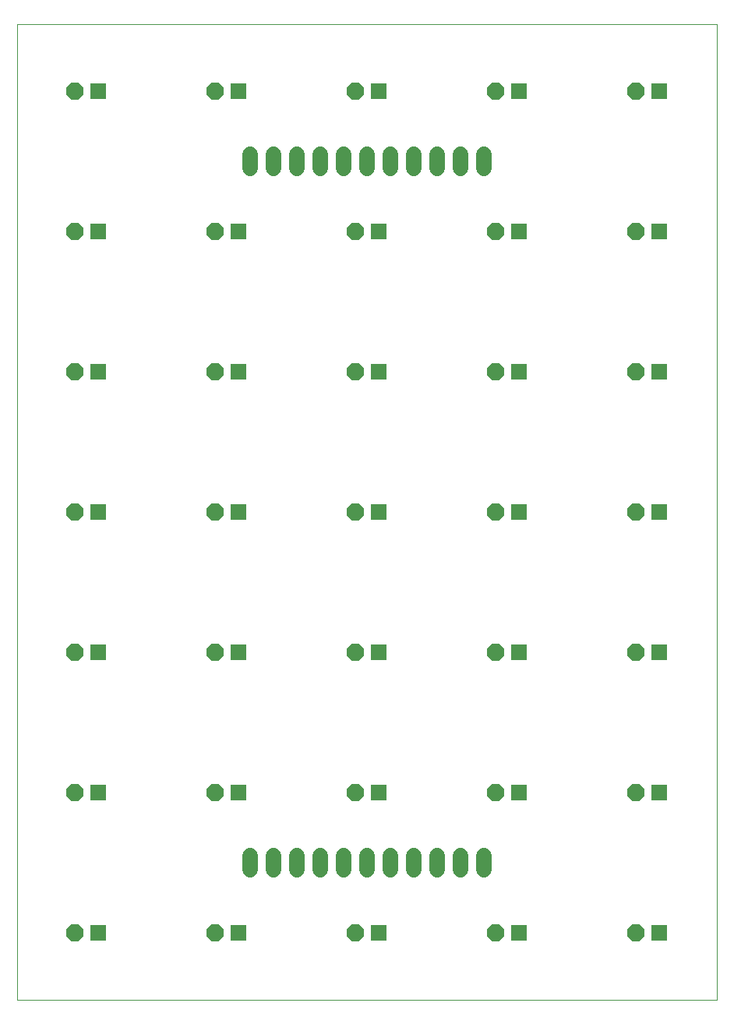
<source format=gts>
G75*
%MOIN*%
%OFA0B0*%
%FSLAX25Y25*%
%IPPOS*%
%LPD*%
%AMOC8*
5,1,8,0,0,1.08239X$1,22.5*
%
%ADD10C,0.00000*%
%ADD11R,0.07100X0.07100*%
%ADD12OC8,0.07100*%
%ADD13C,0.06500*%
D10*
X0001000Y0001000D02*
X0001000Y0418323D01*
X0300213Y0418323D01*
X0300213Y0001000D01*
X0001000Y0001000D01*
D11*
X0035606Y0029661D03*
X0035606Y0089661D03*
X0035606Y0149661D03*
X0035606Y0209661D03*
X0035606Y0269661D03*
X0035606Y0329661D03*
X0035606Y0389661D03*
X0095606Y0389661D03*
X0095606Y0329661D03*
X0095606Y0269661D03*
X0095606Y0209661D03*
X0095606Y0149661D03*
X0095606Y0089661D03*
X0095606Y0029661D03*
X0155606Y0029661D03*
X0155606Y0089661D03*
X0155606Y0149661D03*
X0155606Y0209661D03*
X0155606Y0269661D03*
X0155606Y0329661D03*
X0155606Y0389661D03*
X0215606Y0389661D03*
X0215606Y0329661D03*
X0215606Y0269661D03*
X0215606Y0209661D03*
X0215606Y0149661D03*
X0215606Y0089661D03*
X0215606Y0029661D03*
X0275606Y0029661D03*
X0275606Y0089661D03*
X0275606Y0149661D03*
X0275606Y0209661D03*
X0275606Y0269661D03*
X0275606Y0329661D03*
X0275606Y0389661D03*
D12*
X0265606Y0389661D03*
X0265606Y0329661D03*
X0265606Y0269661D03*
X0265606Y0209661D03*
X0265606Y0149661D03*
X0265606Y0089661D03*
X0265606Y0029661D03*
X0205606Y0029661D03*
X0205606Y0089661D03*
X0205606Y0149661D03*
X0205606Y0209661D03*
X0205606Y0269661D03*
X0205606Y0329661D03*
X0205606Y0389661D03*
X0145606Y0389661D03*
X0145606Y0329661D03*
X0145606Y0269661D03*
X0145606Y0209661D03*
X0145606Y0149661D03*
X0145606Y0089661D03*
X0145606Y0029661D03*
X0085606Y0029661D03*
X0085606Y0089661D03*
X0085606Y0149661D03*
X0085606Y0209661D03*
X0085606Y0269661D03*
X0085606Y0329661D03*
X0085606Y0389661D03*
X0025606Y0389661D03*
X0025606Y0329661D03*
X0025606Y0269661D03*
X0025606Y0209661D03*
X0025606Y0149661D03*
X0025606Y0089661D03*
X0025606Y0029661D03*
D13*
X0100606Y0056661D02*
X0100606Y0062661D01*
X0110606Y0062661D02*
X0110606Y0056661D01*
X0120606Y0056661D02*
X0120606Y0062661D01*
X0130606Y0062661D02*
X0130606Y0056661D01*
X0140606Y0056661D02*
X0140606Y0062661D01*
X0150606Y0062661D02*
X0150606Y0056661D01*
X0160606Y0056661D02*
X0160606Y0062661D01*
X0170606Y0062661D02*
X0170606Y0056661D01*
X0180606Y0056661D02*
X0180606Y0062661D01*
X0190606Y0062661D02*
X0190606Y0056661D01*
X0200606Y0056661D02*
X0200606Y0062661D01*
X0200606Y0356661D02*
X0200606Y0362661D01*
X0190606Y0362661D02*
X0190606Y0356661D01*
X0180606Y0356661D02*
X0180606Y0362661D01*
X0170606Y0362661D02*
X0170606Y0356661D01*
X0160606Y0356661D02*
X0160606Y0362661D01*
X0150606Y0362661D02*
X0150606Y0356661D01*
X0140606Y0356661D02*
X0140606Y0362661D01*
X0130606Y0362661D02*
X0130606Y0356661D01*
X0120606Y0356661D02*
X0120606Y0362661D01*
X0110606Y0362661D02*
X0110606Y0356661D01*
X0100606Y0356661D02*
X0100606Y0362661D01*
M02*

</source>
